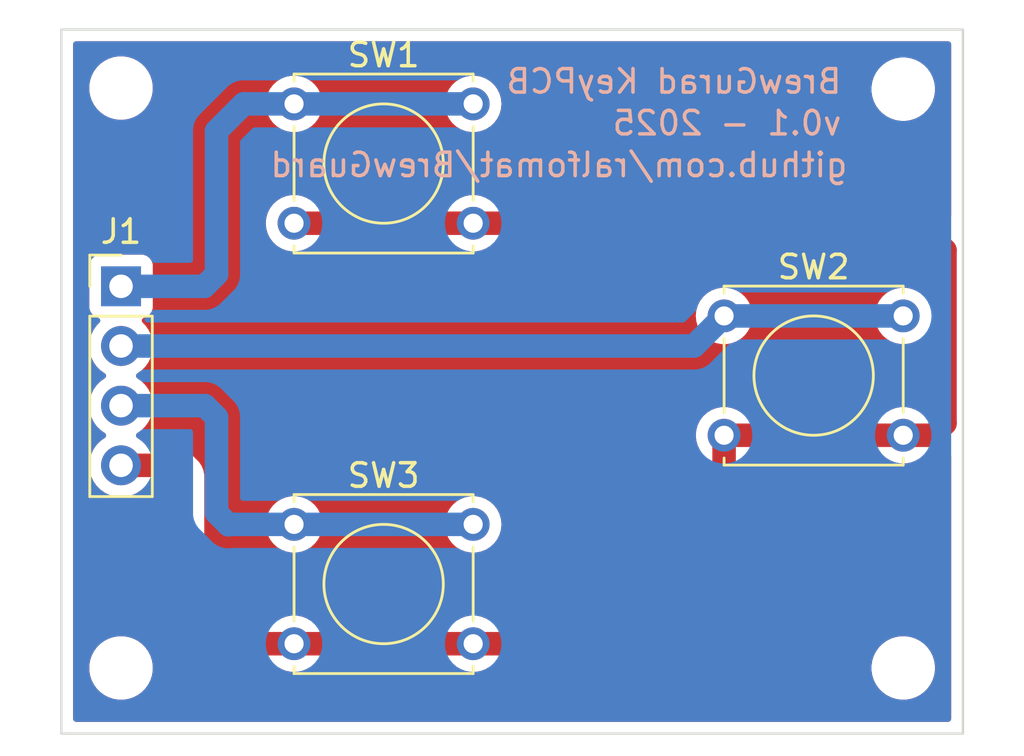
<source format=kicad_pcb>
(kicad_pcb (version 20240108) (generator "pcbnew") (generator_version "8.0")
  (layers (0 "F.Cu" signal) (31 "B.Cu" signal) (34 "B.Paste" user) (35 "F.Paste" user) (36 "B.SilkS" user "B.Silkscreen") (37 "F.SilkS" user "F.Silkscreen") (38 "B.Mask" user) (39 "F.Mask" user) (44 "Edge.Cuts" user))
  (net 0 "")
  (net 1 "Net-(J1-Pin_1)")
  (net 2 "Net-(J1-Pin_3)")
  (net 3 "/5VB")
  (net 4 "Net-(J1-Pin_2)")
  (footprint "Button_Switch_THT:SW_Tactile_Straight_KSA0Axx1LFTR" (layer "F.Cu") (at 54.35 27.804)
    (property "Reference" "SW1" (at 3.81 -2.08 0) (layer "F.SilkS"))
    (property "Value" "SW_Push")
    (fp_line (start 0 -1.27) (end 0 -0.97) (stroke (width 0.12)) (layer "F.SilkS"))
    (fp_line (start 0 -1.27) (end 7.62 -1.27) (stroke (width 0.12)) (layer "F.SilkS"))
    (fp_line (start 0 0.97) (end 0 4.11) (stroke (width 0.12)) (layer "F.SilkS"))
    (fp_line (start 0 6.05) (end 0 6.35) (stroke (width 0.12)) (layer "F.SilkS"))
    (fp_line (start 7.62 -1.27) (end 7.62 -0.97) (stroke (width 0.12)) (layer "F.SilkS"))
    (fp_line (start 7.62 0.97) (end 7.62 4.11) (stroke (width 0.12)) (layer "F.SilkS"))
    (fp_line (start 7.62 6.05) (end 7.62 6.35) (stroke (width 0.12)) (layer "F.SilkS"))
    (fp_line (start 7.62 6.35) (end 0 6.35) (stroke (width 0.12)) (layer "F.SilkS"))
    (fp_circle (center 3.81 2.54) (end 3.81 0) (stroke (width 0.12)) (fill none) (layer "F.SilkS"))
    (pad "1" thru_hole circle (at 0 0) (size 1.397 1.397) (drill 0.8128) (layers "*.Cu" "*.Mask") (net 1 "Net-(J1-Pin_1)"))
    (pad "1" thru_hole circle (at 7.62 0) (size 1.397 1.397) (drill 0.8128) (layers "*.Cu" "*.Mask") (net 1 "Net-(J1-Pin_1)"))
    (pad "2" thru_hole circle (at 0 5.08) (size 1.397 1.397) (drill 0.8128) (layers "*.Cu" "*.Mask") (net 3 "/5VB"))
    (pad "2" thru_hole circle (at 7.62 5.08) (size 1.397 1.397) (drill 0.8128) (layers "*.Cu" "*.Mask") (net 3 "/5VB"))
  )
  (footprint "Button_Switch_THT:SW_Tactile_Straight_KSA0Axx1LFTR" (layer "F.Cu") (at 54.35 45.704)
    (property "Reference" "SW3" (at 3.81 -2.08 0) (layer "F.SilkS"))
    (property "Value" "SW_Push")
    (fp_line (start 0 -1.27) (end 0 -0.97) (stroke (width 0.12)) (layer "F.SilkS"))
    (fp_line (start 0 -1.27) (end 7.62 -1.27) (stroke (width 0.12)) (layer "F.SilkS"))
    (fp_line (start 0 0.97) (end 0 4.11) (stroke (width 0.12)) (layer "F.SilkS"))
    (fp_line (start 0 6.05) (end 0 6.35) (stroke (width 0.12)) (layer "F.SilkS"))
    (fp_line (start 7.62 -1.27) (end 7.62 -0.97) (stroke (width 0.12)) (layer "F.SilkS"))
    (fp_line (start 7.62 0.97) (end 7.62 4.11) (stroke (width 0.12)) (layer "F.SilkS"))
    (fp_line (start 7.62 6.05) (end 7.62 6.35) (stroke (width 0.12)) (layer "F.SilkS"))
    (fp_line (start 7.62 6.35) (end 0 6.35) (stroke (width 0.12)) (layer "F.SilkS"))
    (fp_circle (center 3.81 2.54) (end 3.81 0) (stroke (width 0.12)) (fill none) (layer "F.SilkS"))
    (pad "1" thru_hole circle (at 0 0) (size 1.397 1.397) (drill 0.8128) (layers "*.Cu" "*.Mask") (net 2 "Net-(J1-Pin_3)"))
    (pad "1" thru_hole circle (at 7.62 0) (size 1.397 1.397) (drill 0.8128) (layers "*.Cu" "*.Mask") (net 2 "Net-(J1-Pin_3)"))
    (pad "2" thru_hole circle (at 0 5.08) (size 1.397 1.397) (drill 0.8128) (layers "*.Cu" "*.Mask") (net 3 "/5VB"))
    (pad "2" thru_hole circle (at 7.62 5.08) (size 1.397 1.397) (drill 0.8128) (layers "*.Cu" "*.Mask") (net 3 "/5VB"))
  )
  (footprint "Button_Switch_THT:SW_Tactile_Straight_KSA0Axx1LFTR" (layer "F.Cu") (at 72.644 36.83)
    (property "Reference" "SW2" (at 3.81 -2.08 0) (layer "F.SilkS"))
    (property "Value" "SW_Push")
    (fp_line (start 0 -1.27) (end 0 -0.97) (stroke (width 0.12)) (layer "F.SilkS"))
    (fp_line (start 0 -1.27) (end 7.62 -1.27) (stroke (width 0.12)) (layer "F.SilkS"))
    (fp_line (start 0 0.97) (end 0 4.11) (stroke (width 0.12)) (layer "F.SilkS"))
    (fp_line (start 0 6.05) (end 0 6.35) (stroke (width 0.12)) (layer "F.SilkS"))
    (fp_line (start 7.62 -1.27) (end 7.62 -0.97) (stroke (width 0.12)) (layer "F.SilkS"))
    (fp_line (start 7.62 0.97) (end 7.62 4.11) (stroke (width 0.12)) (layer "F.SilkS"))
    (fp_line (start 7.62 6.05) (end 7.62 6.35) (stroke (width 0.12)) (layer "F.SilkS"))
    (fp_line (start 7.62 6.35) (end 0 6.35) (stroke (width 0.12)) (layer "F.SilkS"))
    (fp_circle (center 3.81 2.54) (end 3.81 0) (stroke (width 0.12)) (fill none) (layer "F.SilkS"))
    (pad "1" thru_hole circle (at 0 0) (size 1.397 1.397) (drill 0.8128) (layers "*.Cu" "*.Mask") (net 4 "Net-(J1-Pin_2)"))
    (pad "1" thru_hole circle (at 7.62 0) (size 1.397 1.397) (drill 0.8128) (layers "*.Cu" "*.Mask") (net 4 "Net-(J1-Pin_2)"))
    (pad "2" thru_hole circle (at 0 5.08) (size 1.397 1.397) (drill 0.8128) (layers "*.Cu" "*.Mask") (net 3 "/5VB"))
    (pad "2" thru_hole circle (at 7.62 5.08) (size 1.397 1.397) (drill 0.8128) (layers "*.Cu" "*.Mask") (net 3 "/5VB"))
  )
  (footprint "MountingHole:MountingHole_2.2mm_M2_DIN965" (layer "F.Cu") (at 46.99 51.816)
    (property "Reference" "H4")
    (property "Value" "MountingHole")
    (pad "" np_thru_hole circle (at 0 0) (size 2.2 2.2) (drill 2.2) (layers "*.Cu" "*.Mask"))
  )
  (footprint "MountingHole:MountingHole_2.2mm_M2_DIN965" (layer "F.Cu") (at 80.264 51.816)
    (property "Reference" "H3")
    (property "Value" "MountingHole")
    (pad "" np_thru_hole circle (at 0 0) (size 2.2 2.2) (drill 2.2) (layers "*.Cu" "*.Mask"))
  )
  (footprint "MountingHole:MountingHole_2.2mm_M2_DIN965" (layer "F.Cu") (at 46.99 27.13)
    (property "Reference" "H1")
    (property "Value" "MountingHole")
    (pad "" np_thru_hole circle (at 0 0) (size 2.2 2.2) (drill 2.2) (layers "*.Cu" "*.Mask"))
  )
  (footprint "Connector_PinHeader_2.54mm:PinHeader_1x04_P2.54mm_Vertical" (layer "F.Cu") (at 46.99 35.57)
    (property "Reference" "J1" (at 0 -2.33 0) (layer "F.SilkS"))
    (property "Value" "Tasterplatine")
    (fp_line (start -1.33 -1.33) (end 0 -1.33) (stroke (width 0.12)) (layer "F.SilkS"))
    (fp_line (start -1.33 0) (end -1.33 -1.33) (stroke (width 0.12)) (layer "F.SilkS"))
    (fp_line (start -1.33 1.27) (end -1.33 8.95) (stroke (width 0.12)) (layer "F.SilkS"))
    (fp_line (start -1.33 1.27) (end 1.33 1.27) (stroke (width 0.12)) (layer "F.SilkS"))
    (fp_line (start -1.33 8.95) (end 1.33 8.95) (stroke (width 0.12)) (layer "F.SilkS"))
    (fp_line (start 1.33 1.27) (end 1.33 8.95) (stroke (width 0.12)) (layer "F.SilkS"))
    (pad "1" thru_hole rect (at 0 0) (size 1.7 1.7) (drill 1) (layers "*.Cu" "*.Mask") (net 1 "Net-(J1-Pin_1)"))
    (pad "2" thru_hole oval (at 0 2.54) (size 1.7 1.7) (drill 1) (layers "*.Cu" "*.Mask") (net 4 "Net-(J1-Pin_2)"))
    (pad "3" thru_hole oval (at 0 5.08) (size 1.7 1.7) (drill 1) (layers "*.Cu" "*.Mask") (net 2 "Net-(J1-Pin_3)"))
    (pad "4" thru_hole oval (at 0 7.62) (size 1.7 1.7) (drill 1) (layers "*.Cu" "*.Mask") (net 3 "/5VB"))
  )
  (footprint "MountingHole:MountingHole_2.2mm_M2_DIN965" (layer "F.Cu") (at 80.264 27.178)
    (property "Reference" "H2")
    (property "Value" "MountingHole")
    (pad "" np_thru_hole circle (at 0 0) (size 2.2 2.2) (drill 2.2) (layers "*.Cu" "*.Mask"))
  )
  (gr_rect (start 44.45 24.638) (end 82.804 54.61) (stroke (width 0.1)) (fill none) (layer "Edge.Cuts"))
  (gr_text "BrewGurad KeyPCB" (at 77.724 27.432 0) (layer "B.SilkS") (effects (font (size 1 1)) (justify left bottom mirror)))
  (gr_text "github.com/ralfomat/BrewGuard" (at 77.978 30.988 0) (layer "B.SilkS") (effects (font (size 1 1)) (justify left bottom mirror)))
  (gr_text "v0.1 - 2025" (at 77.724 29.21 0) (layer "B.SilkS") (effects (font (size 1 1)) (justify left bottom mirror)))
  (segment (start 51.054 35.052) (end 51.054 28.956) (width 1) (layer "B.Cu") (net 1))
  (segment (start 50.536 35.57) (end 51.054 35.052) (width 1) (layer "B.Cu") (net 1))
  (segment (start 46.99 35.57) (end 50.536 35.57) (width 1) (layer "B.Cu") (net 1))
  (segment (start 54.35 27.804) (end 61.97 27.804) (width 1) (layer "B.Cu") (net 1))
  (segment (start 51.054 28.956) (end 52.206 27.804) (width 1) (layer "B.Cu") (net 1))
  (segment (start 52.206 27.804) (end 54.35 27.804) (width 1) (layer "B.Cu") (net 1))
  (segment (start 51.562 45.72) (end 51.578 45.704) (width 1) (layer "B.Cu") (net 2))
  (segment (start 54.35 45.704) (end 61.97 45.704) (width 1) (layer "B.Cu") (net 2))
  (segment (start 51.578 45.704) (end 54.35 45.704) (width 1) (layer "B.Cu") (net 2))
  (segment (start 50.556 40.65) (end 51.054 41.148) (width 1) (layer "B.Cu") (net 2))
  (segment (start 51.054 45.212) (end 51.562 45.72) (width 1) (layer "B.Cu") (net 2))
  (segment (start 46.99 40.65) (end 50.556 40.65) (width 1) (layer "B.Cu") (net 2))
  (segment (start 51.054 41.148) (end 51.054 45.212) (width 1) (layer "B.Cu") (net 2))
  (segment (start 49.53 50.292) (end 50.038 50.8) (width 1) (layer "F.Cu") (net 3))
  (segment (start 46.99 43.19) (end 49.032 43.19) (width 1) (layer "F.Cu") (net 3))
  (segment (start 49.032 43.19) (end 49.53 43.688) (width 1) (layer "F.Cu") (net 3))
  (segment (start 80.89 32.884) (end 61.97 32.884) (width 1) (layer "F.Cu") (net 3))
  (segment (start 61.97 32.884) (end 54.35 32.884) (width 1) (layer "F.Cu") (net 3))
  (segment (start 81.534 41.91) (end 82.042 41.402) (width 1) (layer "F.Cu") (net 3))
  (segment (start 50.054 50.784) (end 54.35 50.784) (width 1) (layer "F.Cu") (net 3))
  (segment (start 82.042 34.036) (end 80.89 32.884) (width 1) (layer "F.Cu") (net 3))
  (segment (start 49.53 43.688) (end 49.53 50.292) (width 1) (layer "F.Cu") (net 3))
  (segment (start 54.35 50.784) (end 61.97 50.784) (width 1) (layer "F.Cu") (net 3))
  (segment (start 61.97 50.784) (end 70.628 50.784) (width 1) (layer "F.Cu") (net 3))
  (segment (start 80.264 41.91) (end 81.534 41.91) (width 1) (layer "F.Cu") (net 3))
  (segment (start 50.038 50.8) (end 50.054 50.784) (width 1) (layer "F.Cu") (net 3))
  (segment (start 72.644 48.768) (end 72.644 41.91) (width 1) (layer "F.Cu") (net 3))
  (segment (start 82.042 41.402) (end 82.042 34.036) (width 1) (layer "F.Cu") (net 3))
  (segment (start 70.628 50.784) (end 72.644 48.768) (width 1) (layer "F.Cu") (net 3))
  (segment (start 72.644 41.91) (end 80.264 41.91) (width 1) (layer "F.Cu") (net 3))
  (segment (start 72.644 36.83) (end 80.264 36.83) (width 1) (layer "B.Cu") (net 4))
  (segment (start 71.364 38.11) (end 72.644 36.83) (width 1) (layer "B.Cu") (net 4))
  (segment (start 46.99 38.11) (end 71.364 38.11) (width 1) (layer "B.Cu") (net 4))
  (zone (net 0) (net_name "") (layers "F&B.Cu") (connect_pads (clearance 0.5)) (min_thickness 0.25) (fill yes (thermal_gap 0.5) (thermal_bridge_width 0.5) (island_removal_mode 1) (island_area_min 10))
    (polygon (pts (xy 44.704 24.892) (xy 82.55 24.892) (xy 82.55 54.356) (xy 44.704 54.356)))
  )
)
</source>
